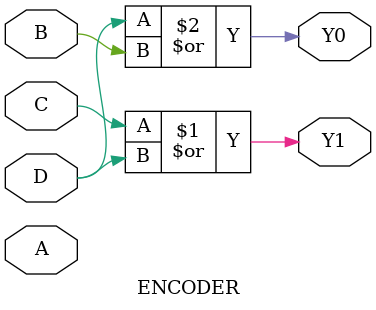
<source format=v>
module ENCODER (
  input wire A,
  input wire B,
  input wire C,
  input wire D,
  output wire Y1,
  output wire Y0
);

  assign Y1 = C | D;
  assign Y0 = D | B;

endmodule
//A1 = Y3 + Y2
//A0 = Y3 + Y1
</source>
